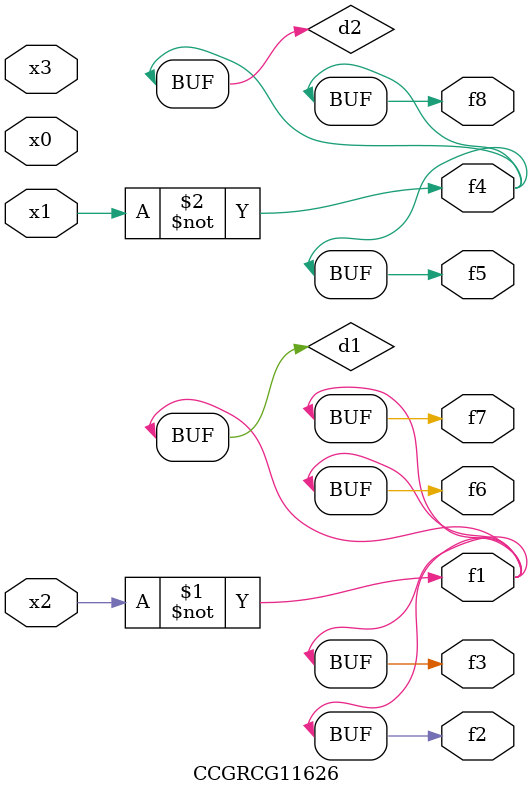
<source format=v>
module CCGRCG11626(
	input x0, x1, x2, x3,
	output f1, f2, f3, f4, f5, f6, f7, f8
);

	wire d1, d2;

	xnor (d1, x2);
	not (d2, x1);
	assign f1 = d1;
	assign f2 = d1;
	assign f3 = d1;
	assign f4 = d2;
	assign f5 = d2;
	assign f6 = d1;
	assign f7 = d1;
	assign f8 = d2;
endmodule

</source>
